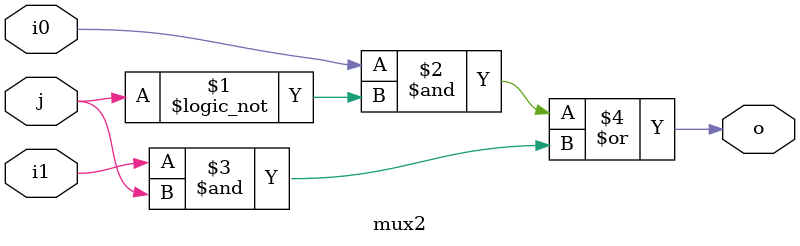
<source format=v>
module mux2 (input wire i0, i1, j, output wire o);  
assign o = ((i0 & !j) | (i1 & j));
endmodule
</source>
